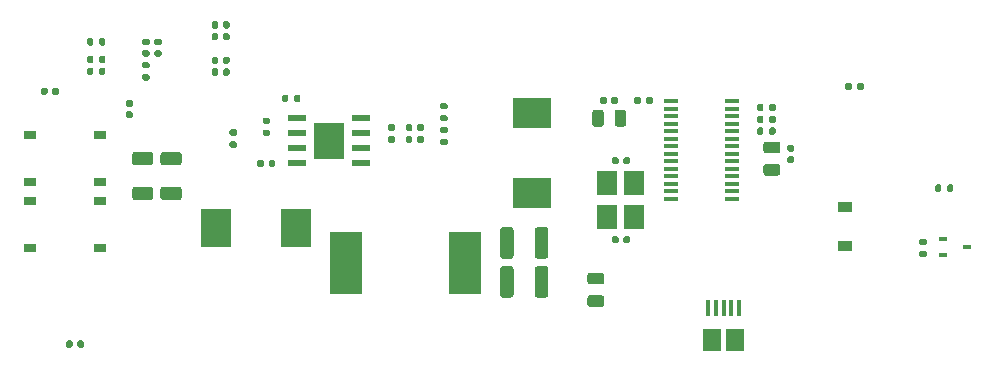
<source format=gbp>
G04 #@! TF.GenerationSoftware,KiCad,Pcbnew,(5.1.9)-1*
G04 #@! TF.CreationDate,2021-04-20T16:59:57+02:00*
G04 #@! TF.ProjectId,POE_hat_and_USB,504f455f-6861-4745-9f61-6e645f555342,1.0*
G04 #@! TF.SameCoordinates,Original*
G04 #@! TF.FileFunction,Paste,Bot*
G04 #@! TF.FilePolarity,Positive*
%FSLAX46Y46*%
G04 Gerber Fmt 4.6, Leading zero omitted, Abs format (unit mm)*
G04 Created by KiCad (PCBNEW (5.1.9)-1) date 2021-04-20 16:59:57*
%MOMM*%
%LPD*%
G01*
G04 APERTURE LIST*
%ADD10R,1.000000X0.700000*%
%ADD11R,2.500000X3.300000*%
%ADD12R,3.300000X2.500000*%
%ADD13R,1.200000X0.900000*%
%ADD14R,1.500000X1.900000*%
%ADD15R,0.400000X1.350000*%
%ADD16R,2.800000X5.300000*%
%ADD17R,0.700000X0.450000*%
%ADD18R,2.600000X3.100000*%
%ADD19R,1.550000X0.600000*%
%ADD20R,1.200000X0.400000*%
%ADD21R,1.800000X2.100000*%
G04 APERTURE END LIST*
G36*
G01*
X108881999Y-106668000D02*
X110182001Y-106668000D01*
G75*
G02*
X110432000Y-106917999I0J-249999D01*
G01*
X110432000Y-107568001D01*
G75*
G02*
X110182001Y-107818000I-249999J0D01*
G01*
X108881999Y-107818000D01*
G75*
G02*
X108632000Y-107568001I0J249999D01*
G01*
X108632000Y-106917999D01*
G75*
G02*
X108881999Y-106668000I249999J0D01*
G01*
G37*
G36*
G01*
X108881999Y-103718000D02*
X110182001Y-103718000D01*
G75*
G02*
X110432000Y-103967999I0J-249999D01*
G01*
X110432000Y-104618001D01*
G75*
G02*
X110182001Y-104868000I-249999J0D01*
G01*
X108881999Y-104868000D01*
G75*
G02*
X108632000Y-104618001I0J249999D01*
G01*
X108632000Y-103967999D01*
G75*
G02*
X108881999Y-103718000I249999J0D01*
G01*
G37*
G36*
G01*
X111281999Y-103718000D02*
X112582001Y-103718000D01*
G75*
G02*
X112832000Y-103967999I0J-249999D01*
G01*
X112832000Y-104618001D01*
G75*
G02*
X112582001Y-104868000I-249999J0D01*
G01*
X111281999Y-104868000D01*
G75*
G02*
X111032000Y-104618001I0J249999D01*
G01*
X111032000Y-103967999D01*
G75*
G02*
X111281999Y-103718000I249999J0D01*
G01*
G37*
G36*
G01*
X111281999Y-106668000D02*
X112582001Y-106668000D01*
G75*
G02*
X112832000Y-106917999I0J-249999D01*
G01*
X112832000Y-107568001D01*
G75*
G02*
X112582001Y-107818000I-249999J0D01*
G01*
X111281999Y-107818000D01*
G75*
G02*
X111032000Y-107568001I0J249999D01*
G01*
X111032000Y-106917999D01*
G75*
G02*
X111281999Y-106668000I249999J0D01*
G01*
G37*
G36*
G01*
X139782000Y-112532001D02*
X139782000Y-110331999D01*
G75*
G02*
X140031999Y-110082000I249999J0D01*
G01*
X140682001Y-110082000D01*
G75*
G02*
X140932000Y-110331999I0J-249999D01*
G01*
X140932000Y-112532001D01*
G75*
G02*
X140682001Y-112782000I-249999J0D01*
G01*
X140031999Y-112782000D01*
G75*
G02*
X139782000Y-112532001I0J249999D01*
G01*
G37*
G36*
G01*
X142732000Y-112532001D02*
X142732000Y-110331999D01*
G75*
G02*
X142981999Y-110082000I249999J0D01*
G01*
X143632001Y-110082000D01*
G75*
G02*
X143882000Y-110331999I0J-249999D01*
G01*
X143882000Y-112532001D01*
G75*
G02*
X143632001Y-112782000I-249999J0D01*
G01*
X142981999Y-112782000D01*
G75*
G02*
X142732000Y-112532001I0J249999D01*
G01*
G37*
G36*
G01*
X142732000Y-115832001D02*
X142732000Y-113631999D01*
G75*
G02*
X142981999Y-113382000I249999J0D01*
G01*
X143632001Y-113382000D01*
G75*
G02*
X143882000Y-113631999I0J-249999D01*
G01*
X143882000Y-115832001D01*
G75*
G02*
X143632001Y-116082000I-249999J0D01*
G01*
X142981999Y-116082000D01*
G75*
G02*
X142732000Y-115832001I0J249999D01*
G01*
G37*
G36*
G01*
X139782000Y-115832001D02*
X139782000Y-113631999D01*
G75*
G02*
X140031999Y-113382000I249999J0D01*
G01*
X140682001Y-113382000D01*
G75*
G02*
X140932000Y-113631999I0J-249999D01*
G01*
X140932000Y-115832001D01*
G75*
G02*
X140682001Y-116082000I-249999J0D01*
G01*
X140031999Y-116082000D01*
G75*
G02*
X139782000Y-115832001I0J249999D01*
G01*
G37*
G36*
G01*
X149482000Y-101343000D02*
X149482000Y-100393000D01*
G75*
G02*
X149732000Y-100143000I250000J0D01*
G01*
X150232000Y-100143000D01*
G75*
G02*
X150482000Y-100393000I0J-250000D01*
G01*
X150482000Y-101343000D01*
G75*
G02*
X150232000Y-101593000I-250000J0D01*
G01*
X149732000Y-101593000D01*
G75*
G02*
X149482000Y-101343000I0J250000D01*
G01*
G37*
G36*
G01*
X147582000Y-101343000D02*
X147582000Y-100393000D01*
G75*
G02*
X147832000Y-100143000I250000J0D01*
G01*
X148332000Y-100143000D01*
G75*
G02*
X148582000Y-100393000I0J-250000D01*
G01*
X148582000Y-101343000D01*
G75*
G02*
X148332000Y-101593000I-250000J0D01*
G01*
X147832000Y-101593000D01*
G75*
G02*
X147582000Y-101343000I0J250000D01*
G01*
G37*
G36*
G01*
X148375000Y-114950000D02*
X147425000Y-114950000D01*
G75*
G02*
X147175000Y-114700000I0J250000D01*
G01*
X147175000Y-114200000D01*
G75*
G02*
X147425000Y-113950000I250000J0D01*
G01*
X148375000Y-113950000D01*
G75*
G02*
X148625000Y-114200000I0J-250000D01*
G01*
X148625000Y-114700000D01*
G75*
G02*
X148375000Y-114950000I-250000J0D01*
G01*
G37*
G36*
G01*
X148375000Y-116850000D02*
X147425000Y-116850000D01*
G75*
G02*
X147175000Y-116600000I0J250000D01*
G01*
X147175000Y-116100000D01*
G75*
G02*
X147425000Y-115850000I250000J0D01*
G01*
X148375000Y-115850000D01*
G75*
G02*
X148625000Y-116100000I0J-250000D01*
G01*
X148625000Y-116600000D01*
G75*
G02*
X148375000Y-116850000I-250000J0D01*
G01*
G37*
G36*
G01*
X162325000Y-102850000D02*
X163275000Y-102850000D01*
G75*
G02*
X163525000Y-103100000I0J-250000D01*
G01*
X163525000Y-103600000D01*
G75*
G02*
X163275000Y-103850000I-250000J0D01*
G01*
X162325000Y-103850000D01*
G75*
G02*
X162075000Y-103600000I0J250000D01*
G01*
X162075000Y-103100000D01*
G75*
G02*
X162325000Y-102850000I250000J0D01*
G01*
G37*
G36*
G01*
X162325000Y-104750000D02*
X163275000Y-104750000D01*
G75*
G02*
X163525000Y-105000000I0J-250000D01*
G01*
X163525000Y-105500000D01*
G75*
G02*
X163275000Y-105750000I-250000J0D01*
G01*
X162325000Y-105750000D01*
G75*
G02*
X162075000Y-105500000I0J250000D01*
G01*
X162075000Y-105000000D01*
G75*
G02*
X162325000Y-104750000I250000J0D01*
G01*
G37*
D10*
X105907000Y-107868000D03*
X105907000Y-111868000D03*
X99957000Y-111868000D03*
X99957000Y-107868000D03*
X99957000Y-102268000D03*
X99957000Y-106268000D03*
X105907000Y-106268000D03*
X105907000Y-102268000D03*
D11*
X122500000Y-110200000D03*
X115700000Y-110200000D03*
D12*
X142500000Y-107200000D03*
X142500000Y-100400000D03*
D13*
X169000000Y-108350000D03*
X169000000Y-111650000D03*
D14*
X159720000Y-119616296D03*
D15*
X158720000Y-116916296D03*
X158070000Y-116916296D03*
X157420000Y-116916296D03*
X160020000Y-116916296D03*
X159370000Y-116916296D03*
D14*
X157720000Y-119616296D03*
D16*
X126750000Y-113100000D03*
X136850000Y-113100000D03*
D17*
X177332000Y-112418000D03*
X177332000Y-111118000D03*
X179332000Y-111768000D03*
D18*
X125332000Y-102768000D03*
D19*
X122632000Y-104673000D03*
X122632000Y-103403000D03*
X122632000Y-102133000D03*
X122632000Y-100863000D03*
X128032000Y-100863000D03*
X128032000Y-102133000D03*
X128032000Y-103403000D03*
X128032000Y-104673000D03*
D20*
X154232000Y-107695500D03*
X154232000Y-107060500D03*
X154232000Y-106425500D03*
X154232000Y-105790500D03*
X154232000Y-105155500D03*
X154232000Y-104520500D03*
X154232000Y-103885500D03*
X154232000Y-103250500D03*
X154232000Y-102615500D03*
X154232000Y-101980500D03*
X154232000Y-101345500D03*
X154232000Y-100710500D03*
X154232000Y-100075500D03*
X154232000Y-99440500D03*
X159432000Y-99440500D03*
X159432000Y-100075500D03*
X159432000Y-100710500D03*
X159432000Y-101345500D03*
X159432000Y-101980500D03*
X159432000Y-102615500D03*
X159432000Y-103250500D03*
X159432000Y-103885500D03*
X159432000Y-104520500D03*
X159432000Y-105155500D03*
X159432000Y-105790500D03*
X159432000Y-106425500D03*
X159432000Y-107060500D03*
X159432000Y-107695500D03*
D21*
X148832000Y-109268000D03*
X148832000Y-106368000D03*
X151132000Y-106368000D03*
X151132000Y-109268000D03*
G36*
G01*
X119800000Y-104530000D02*
X119800000Y-104870000D01*
G75*
G02*
X119660000Y-105010000I-140000J0D01*
G01*
X119380000Y-105010000D01*
G75*
G02*
X119240000Y-104870000I0J140000D01*
G01*
X119240000Y-104530000D01*
G75*
G02*
X119380000Y-104390000I140000J0D01*
G01*
X119660000Y-104390000D01*
G75*
G02*
X119800000Y-104530000I0J-140000D01*
G01*
G37*
G36*
G01*
X120760000Y-104530000D02*
X120760000Y-104870000D01*
G75*
G02*
X120620000Y-105010000I-140000J0D01*
G01*
X120340000Y-105010000D01*
G75*
G02*
X120200000Y-104870000I0J140000D01*
G01*
X120200000Y-104530000D01*
G75*
G02*
X120340000Y-104390000I140000J0D01*
G01*
X120620000Y-104390000D01*
G75*
G02*
X120760000Y-104530000I0J-140000D01*
G01*
G37*
G36*
G01*
X132768000Y-102838000D02*
X132768000Y-102498000D01*
G75*
G02*
X132908000Y-102358000I140000J0D01*
G01*
X133188000Y-102358000D01*
G75*
G02*
X133328000Y-102498000I0J-140000D01*
G01*
X133328000Y-102838000D01*
G75*
G02*
X133188000Y-102978000I-140000J0D01*
G01*
X132908000Y-102978000D01*
G75*
G02*
X132768000Y-102838000I0J140000D01*
G01*
G37*
G36*
G01*
X131808000Y-102838000D02*
X131808000Y-102498000D01*
G75*
G02*
X131948000Y-102358000I140000J0D01*
G01*
X132228000Y-102358000D01*
G75*
G02*
X132368000Y-102498000I0J-140000D01*
G01*
X132368000Y-102838000D01*
G75*
G02*
X132228000Y-102978000I-140000J0D01*
G01*
X131948000Y-102978000D01*
G75*
G02*
X131808000Y-102838000I0J140000D01*
G01*
G37*
G36*
G01*
X132768000Y-101838000D02*
X132768000Y-101498000D01*
G75*
G02*
X132908000Y-101358000I140000J0D01*
G01*
X133188000Y-101358000D01*
G75*
G02*
X133328000Y-101498000I0J-140000D01*
G01*
X133328000Y-101838000D01*
G75*
G02*
X133188000Y-101978000I-140000J0D01*
G01*
X132908000Y-101978000D01*
G75*
G02*
X132768000Y-101838000I0J140000D01*
G01*
G37*
G36*
G01*
X131808000Y-101838000D02*
X131808000Y-101498000D01*
G75*
G02*
X131948000Y-101358000I140000J0D01*
G01*
X132228000Y-101358000D01*
G75*
G02*
X132368000Y-101498000I0J-140000D01*
G01*
X132368000Y-101838000D01*
G75*
G02*
X132228000Y-101978000I-140000J0D01*
G01*
X131948000Y-101978000D01*
G75*
G02*
X131808000Y-101838000I0J140000D01*
G01*
G37*
G36*
G01*
X103040000Y-120170000D02*
X103040000Y-119830000D01*
G75*
G02*
X103180000Y-119690000I140000J0D01*
G01*
X103460000Y-119690000D01*
G75*
G02*
X103600000Y-119830000I0J-140000D01*
G01*
X103600000Y-120170000D01*
G75*
G02*
X103460000Y-120310000I-140000J0D01*
G01*
X103180000Y-120310000D01*
G75*
G02*
X103040000Y-120170000I0J140000D01*
G01*
G37*
G36*
G01*
X104000000Y-120170000D02*
X104000000Y-119830000D01*
G75*
G02*
X104140000Y-119690000I140000J0D01*
G01*
X104420000Y-119690000D01*
G75*
G02*
X104560000Y-119830000I0J-140000D01*
G01*
X104560000Y-120170000D01*
G75*
G02*
X104420000Y-120310000I-140000J0D01*
G01*
X104140000Y-120310000D01*
G75*
G02*
X104000000Y-120170000I0J140000D01*
G01*
G37*
G36*
G01*
X100920000Y-98770000D02*
X100920000Y-98430000D01*
G75*
G02*
X101060000Y-98290000I140000J0D01*
G01*
X101340000Y-98290000D01*
G75*
G02*
X101480000Y-98430000I0J-140000D01*
G01*
X101480000Y-98770000D01*
G75*
G02*
X101340000Y-98910000I-140000J0D01*
G01*
X101060000Y-98910000D01*
G75*
G02*
X100920000Y-98770000I0J140000D01*
G01*
G37*
G36*
G01*
X101880000Y-98770000D02*
X101880000Y-98430000D01*
G75*
G02*
X102020000Y-98290000I140000J0D01*
G01*
X102300000Y-98290000D01*
G75*
G02*
X102440000Y-98430000I0J-140000D01*
G01*
X102440000Y-98770000D01*
G75*
G02*
X102300000Y-98910000I-140000J0D01*
G01*
X102020000Y-98910000D01*
G75*
G02*
X101880000Y-98770000I0J140000D01*
G01*
G37*
G36*
G01*
X108230000Y-100300000D02*
X108570000Y-100300000D01*
G75*
G02*
X108710000Y-100440000I0J-140000D01*
G01*
X108710000Y-100720000D01*
G75*
G02*
X108570000Y-100860000I-140000J0D01*
G01*
X108230000Y-100860000D01*
G75*
G02*
X108090000Y-100720000I0J140000D01*
G01*
X108090000Y-100440000D01*
G75*
G02*
X108230000Y-100300000I140000J0D01*
G01*
G37*
G36*
G01*
X108230000Y-99340000D02*
X108570000Y-99340000D01*
G75*
G02*
X108710000Y-99480000I0J-140000D01*
G01*
X108710000Y-99760000D01*
G75*
G02*
X108570000Y-99900000I-140000J0D01*
G01*
X108230000Y-99900000D01*
G75*
G02*
X108090000Y-99760000I0J140000D01*
G01*
X108090000Y-99480000D01*
G75*
G02*
X108230000Y-99340000I140000J0D01*
G01*
G37*
G36*
G01*
X109630000Y-94140000D02*
X109970000Y-94140000D01*
G75*
G02*
X110110000Y-94280000I0J-140000D01*
G01*
X110110000Y-94560000D01*
G75*
G02*
X109970000Y-94700000I-140000J0D01*
G01*
X109630000Y-94700000D01*
G75*
G02*
X109490000Y-94560000I0J140000D01*
G01*
X109490000Y-94280000D01*
G75*
G02*
X109630000Y-94140000I140000J0D01*
G01*
G37*
G36*
G01*
X109630000Y-95100000D02*
X109970000Y-95100000D01*
G75*
G02*
X110110000Y-95240000I0J-140000D01*
G01*
X110110000Y-95520000D01*
G75*
G02*
X109970000Y-95660000I-140000J0D01*
G01*
X109630000Y-95660000D01*
G75*
G02*
X109490000Y-95520000I0J140000D01*
G01*
X109490000Y-95240000D01*
G75*
G02*
X109630000Y-95100000I140000J0D01*
G01*
G37*
G36*
G01*
X116332000Y-94138000D02*
X116332000Y-93798000D01*
G75*
G02*
X116472000Y-93658000I140000J0D01*
G01*
X116752000Y-93658000D01*
G75*
G02*
X116892000Y-93798000I0J-140000D01*
G01*
X116892000Y-94138000D01*
G75*
G02*
X116752000Y-94278000I-140000J0D01*
G01*
X116472000Y-94278000D01*
G75*
G02*
X116332000Y-94138000I0J140000D01*
G01*
G37*
G36*
G01*
X115372000Y-94138000D02*
X115372000Y-93798000D01*
G75*
G02*
X115512000Y-93658000I140000J0D01*
G01*
X115792000Y-93658000D01*
G75*
G02*
X115932000Y-93798000I0J-140000D01*
G01*
X115932000Y-94138000D01*
G75*
G02*
X115792000Y-94278000I-140000J0D01*
G01*
X115512000Y-94278000D01*
G75*
G02*
X115372000Y-94138000I0J140000D01*
G01*
G37*
G36*
G01*
X149212000Y-99538000D02*
X149212000Y-99198000D01*
G75*
G02*
X149352000Y-99058000I140000J0D01*
G01*
X149632000Y-99058000D01*
G75*
G02*
X149772000Y-99198000I0J-140000D01*
G01*
X149772000Y-99538000D01*
G75*
G02*
X149632000Y-99678000I-140000J0D01*
G01*
X149352000Y-99678000D01*
G75*
G02*
X149212000Y-99538000I0J140000D01*
G01*
G37*
G36*
G01*
X148252000Y-99538000D02*
X148252000Y-99198000D01*
G75*
G02*
X148392000Y-99058000I140000J0D01*
G01*
X148672000Y-99058000D01*
G75*
G02*
X148812000Y-99198000I0J-140000D01*
G01*
X148812000Y-99538000D01*
G75*
G02*
X148672000Y-99678000I-140000J0D01*
G01*
X148392000Y-99678000D01*
G75*
G02*
X148252000Y-99538000I0J140000D01*
G01*
G37*
G36*
G01*
X115372000Y-93138000D02*
X115372000Y-92798000D01*
G75*
G02*
X115512000Y-92658000I140000J0D01*
G01*
X115792000Y-92658000D01*
G75*
G02*
X115932000Y-92798000I0J-140000D01*
G01*
X115932000Y-93138000D01*
G75*
G02*
X115792000Y-93278000I-140000J0D01*
G01*
X115512000Y-93278000D01*
G75*
G02*
X115372000Y-93138000I0J140000D01*
G01*
G37*
G36*
G01*
X116332000Y-93138000D02*
X116332000Y-92798000D01*
G75*
G02*
X116472000Y-92658000I140000J0D01*
G01*
X116752000Y-92658000D01*
G75*
G02*
X116892000Y-92798000I0J-140000D01*
G01*
X116892000Y-93138000D01*
G75*
G02*
X116752000Y-93278000I-140000J0D01*
G01*
X116472000Y-93278000D01*
G75*
G02*
X116332000Y-93138000I0J140000D01*
G01*
G37*
G36*
G01*
X116332000Y-96142000D02*
X116332000Y-95802000D01*
G75*
G02*
X116472000Y-95662000I140000J0D01*
G01*
X116752000Y-95662000D01*
G75*
G02*
X116892000Y-95802000I0J-140000D01*
G01*
X116892000Y-96142000D01*
G75*
G02*
X116752000Y-96282000I-140000J0D01*
G01*
X116472000Y-96282000D01*
G75*
G02*
X116332000Y-96142000I0J140000D01*
G01*
G37*
G36*
G01*
X115372000Y-96142000D02*
X115372000Y-95802000D01*
G75*
G02*
X115512000Y-95662000I140000J0D01*
G01*
X115792000Y-95662000D01*
G75*
G02*
X115932000Y-95802000I0J-140000D01*
G01*
X115932000Y-96142000D01*
G75*
G02*
X115792000Y-96282000I-140000J0D01*
G01*
X115512000Y-96282000D01*
G75*
G02*
X115372000Y-96142000I0J140000D01*
G01*
G37*
G36*
G01*
X110662000Y-95100000D02*
X111002000Y-95100000D01*
G75*
G02*
X111142000Y-95240000I0J-140000D01*
G01*
X111142000Y-95520000D01*
G75*
G02*
X111002000Y-95660000I-140000J0D01*
G01*
X110662000Y-95660000D01*
G75*
G02*
X110522000Y-95520000I0J140000D01*
G01*
X110522000Y-95240000D01*
G75*
G02*
X110662000Y-95100000I140000J0D01*
G01*
G37*
G36*
G01*
X110662000Y-94140000D02*
X111002000Y-94140000D01*
G75*
G02*
X111142000Y-94280000I0J-140000D01*
G01*
X111142000Y-94560000D01*
G75*
G02*
X111002000Y-94700000I-140000J0D01*
G01*
X110662000Y-94700000D01*
G75*
G02*
X110522000Y-94560000I0J140000D01*
G01*
X110522000Y-94280000D01*
G75*
G02*
X110662000Y-94140000I140000J0D01*
G01*
G37*
G36*
G01*
X115372000Y-97142000D02*
X115372000Y-96802000D01*
G75*
G02*
X115512000Y-96662000I140000J0D01*
G01*
X115792000Y-96662000D01*
G75*
G02*
X115932000Y-96802000I0J-140000D01*
G01*
X115932000Y-97142000D01*
G75*
G02*
X115792000Y-97282000I-140000J0D01*
G01*
X115512000Y-97282000D01*
G75*
G02*
X115372000Y-97142000I0J140000D01*
G01*
G37*
G36*
G01*
X116332000Y-97142000D02*
X116332000Y-96802000D01*
G75*
G02*
X116472000Y-96662000I140000J0D01*
G01*
X116752000Y-96662000D01*
G75*
G02*
X116892000Y-96802000I0J-140000D01*
G01*
X116892000Y-97142000D01*
G75*
G02*
X116752000Y-97282000I-140000J0D01*
G01*
X116472000Y-97282000D01*
G75*
G02*
X116332000Y-97142000I0J140000D01*
G01*
G37*
G36*
G01*
X149832000Y-104298000D02*
X149832000Y-104638000D01*
G75*
G02*
X149692000Y-104778000I-140000J0D01*
G01*
X149412000Y-104778000D01*
G75*
G02*
X149272000Y-104638000I0J140000D01*
G01*
X149272000Y-104298000D01*
G75*
G02*
X149412000Y-104158000I140000J0D01*
G01*
X149692000Y-104158000D01*
G75*
G02*
X149832000Y-104298000I0J-140000D01*
G01*
G37*
G36*
G01*
X150792000Y-104298000D02*
X150792000Y-104638000D01*
G75*
G02*
X150652000Y-104778000I-140000J0D01*
G01*
X150372000Y-104778000D01*
G75*
G02*
X150232000Y-104638000I0J140000D01*
G01*
X150232000Y-104298000D01*
G75*
G02*
X150372000Y-104158000I140000J0D01*
G01*
X150652000Y-104158000D01*
G75*
G02*
X150792000Y-104298000I0J-140000D01*
G01*
G37*
G36*
G01*
X149272000Y-111338000D02*
X149272000Y-110998000D01*
G75*
G02*
X149412000Y-110858000I140000J0D01*
G01*
X149692000Y-110858000D01*
G75*
G02*
X149832000Y-110998000I0J-140000D01*
G01*
X149832000Y-111338000D01*
G75*
G02*
X149692000Y-111478000I-140000J0D01*
G01*
X149412000Y-111478000D01*
G75*
G02*
X149272000Y-111338000I0J140000D01*
G01*
G37*
G36*
G01*
X150232000Y-111338000D02*
X150232000Y-110998000D01*
G75*
G02*
X150372000Y-110858000I140000J0D01*
G01*
X150652000Y-110858000D01*
G75*
G02*
X150792000Y-110998000I0J-140000D01*
G01*
X150792000Y-111338000D01*
G75*
G02*
X150652000Y-111478000I-140000J0D01*
G01*
X150372000Y-111478000D01*
G75*
G02*
X150232000Y-111338000I0J140000D01*
G01*
G37*
G36*
G01*
X164230000Y-103140000D02*
X164570000Y-103140000D01*
G75*
G02*
X164710000Y-103280000I0J-140000D01*
G01*
X164710000Y-103560000D01*
G75*
G02*
X164570000Y-103700000I-140000J0D01*
G01*
X164230000Y-103700000D01*
G75*
G02*
X164090000Y-103560000I0J140000D01*
G01*
X164090000Y-103280000D01*
G75*
G02*
X164230000Y-103140000I140000J0D01*
G01*
G37*
G36*
G01*
X164230000Y-104100000D02*
X164570000Y-104100000D01*
G75*
G02*
X164710000Y-104240000I0J-140000D01*
G01*
X164710000Y-104520000D01*
G75*
G02*
X164570000Y-104660000I-140000J0D01*
G01*
X164230000Y-104660000D01*
G75*
G02*
X164090000Y-104520000I0J140000D01*
G01*
X164090000Y-104240000D01*
G75*
G02*
X164230000Y-104100000I140000J0D01*
G01*
G37*
G36*
G01*
X117385000Y-102360000D02*
X117015000Y-102360000D01*
G75*
G02*
X116880000Y-102225000I0J135000D01*
G01*
X116880000Y-101955000D01*
G75*
G02*
X117015000Y-101820000I135000J0D01*
G01*
X117385000Y-101820000D01*
G75*
G02*
X117520000Y-101955000I0J-135000D01*
G01*
X117520000Y-102225000D01*
G75*
G02*
X117385000Y-102360000I-135000J0D01*
G01*
G37*
G36*
G01*
X117385000Y-103380000D02*
X117015000Y-103380000D01*
G75*
G02*
X116880000Y-103245000I0J135000D01*
G01*
X116880000Y-102975000D01*
G75*
G02*
X117015000Y-102840000I135000J0D01*
G01*
X117385000Y-102840000D01*
G75*
G02*
X117520000Y-102975000I0J-135000D01*
G01*
X117520000Y-103245000D01*
G75*
G02*
X117385000Y-103380000I-135000J0D01*
G01*
G37*
G36*
G01*
X120185000Y-101360000D02*
X119815000Y-101360000D01*
G75*
G02*
X119680000Y-101225000I0J135000D01*
G01*
X119680000Y-100955000D01*
G75*
G02*
X119815000Y-100820000I135000J0D01*
G01*
X120185000Y-100820000D01*
G75*
G02*
X120320000Y-100955000I0J-135000D01*
G01*
X120320000Y-101225000D01*
G75*
G02*
X120185000Y-101360000I-135000J0D01*
G01*
G37*
G36*
G01*
X120185000Y-102380000D02*
X119815000Y-102380000D01*
G75*
G02*
X119680000Y-102245000I0J135000D01*
G01*
X119680000Y-101975000D01*
G75*
G02*
X119815000Y-101840000I135000J0D01*
G01*
X120185000Y-101840000D01*
G75*
G02*
X120320000Y-101975000I0J-135000D01*
G01*
X120320000Y-102245000D01*
G75*
G02*
X120185000Y-102380000I-135000J0D01*
G01*
G37*
G36*
G01*
X121860000Y-99015000D02*
X121860000Y-99385000D01*
G75*
G02*
X121725000Y-99520000I-135000J0D01*
G01*
X121455000Y-99520000D01*
G75*
G02*
X121320000Y-99385000I0J135000D01*
G01*
X121320000Y-99015000D01*
G75*
G02*
X121455000Y-98880000I135000J0D01*
G01*
X121725000Y-98880000D01*
G75*
G02*
X121860000Y-99015000I0J-135000D01*
G01*
G37*
G36*
G01*
X122880000Y-99015000D02*
X122880000Y-99385000D01*
G75*
G02*
X122745000Y-99520000I-135000J0D01*
G01*
X122475000Y-99520000D01*
G75*
G02*
X122340000Y-99385000I0J135000D01*
G01*
X122340000Y-99015000D01*
G75*
G02*
X122475000Y-98880000I135000J0D01*
G01*
X122745000Y-98880000D01*
G75*
G02*
X122880000Y-99015000I0J-135000D01*
G01*
G37*
G36*
G01*
X130415000Y-101388000D02*
X130785000Y-101388000D01*
G75*
G02*
X130920000Y-101523000I0J-135000D01*
G01*
X130920000Y-101793000D01*
G75*
G02*
X130785000Y-101928000I-135000J0D01*
G01*
X130415000Y-101928000D01*
G75*
G02*
X130280000Y-101793000I0J135000D01*
G01*
X130280000Y-101523000D01*
G75*
G02*
X130415000Y-101388000I135000J0D01*
G01*
G37*
G36*
G01*
X130415000Y-102408000D02*
X130785000Y-102408000D01*
G75*
G02*
X130920000Y-102543000I0J-135000D01*
G01*
X130920000Y-102813000D01*
G75*
G02*
X130785000Y-102948000I-135000J0D01*
G01*
X130415000Y-102948000D01*
G75*
G02*
X130280000Y-102813000I0J135000D01*
G01*
X130280000Y-102543000D01*
G75*
G02*
X130415000Y-102408000I135000J0D01*
G01*
G37*
G36*
G01*
X135217000Y-102128000D02*
X134847000Y-102128000D01*
G75*
G02*
X134712000Y-101993000I0J135000D01*
G01*
X134712000Y-101723000D01*
G75*
G02*
X134847000Y-101588000I135000J0D01*
G01*
X135217000Y-101588000D01*
G75*
G02*
X135352000Y-101723000I0J-135000D01*
G01*
X135352000Y-101993000D01*
G75*
G02*
X135217000Y-102128000I-135000J0D01*
G01*
G37*
G36*
G01*
X135217000Y-103148000D02*
X134847000Y-103148000D01*
G75*
G02*
X134712000Y-103013000I0J135000D01*
G01*
X134712000Y-102743000D01*
G75*
G02*
X134847000Y-102608000I135000J0D01*
G01*
X135217000Y-102608000D01*
G75*
G02*
X135352000Y-102743000I0J-135000D01*
G01*
X135352000Y-103013000D01*
G75*
G02*
X135217000Y-103148000I-135000J0D01*
G01*
G37*
G36*
G01*
X135217000Y-101148000D02*
X134847000Y-101148000D01*
G75*
G02*
X134712000Y-101013000I0J135000D01*
G01*
X134712000Y-100743000D01*
G75*
G02*
X134847000Y-100608000I135000J0D01*
G01*
X135217000Y-100608000D01*
G75*
G02*
X135352000Y-100743000I0J-135000D01*
G01*
X135352000Y-101013000D01*
G75*
G02*
X135217000Y-101148000I-135000J0D01*
G01*
G37*
G36*
G01*
X135217000Y-100128000D02*
X134847000Y-100128000D01*
G75*
G02*
X134712000Y-99993000I0J135000D01*
G01*
X134712000Y-99723000D01*
G75*
G02*
X134847000Y-99588000I135000J0D01*
G01*
X135217000Y-99588000D01*
G75*
G02*
X135352000Y-99723000I0J-135000D01*
G01*
X135352000Y-99993000D01*
G75*
G02*
X135217000Y-100128000I-135000J0D01*
G01*
G37*
G36*
G01*
X170040000Y-98385000D02*
X170040000Y-98015000D01*
G75*
G02*
X170175000Y-97880000I135000J0D01*
G01*
X170445000Y-97880000D01*
G75*
G02*
X170580000Y-98015000I0J-135000D01*
G01*
X170580000Y-98385000D01*
G75*
G02*
X170445000Y-98520000I-135000J0D01*
G01*
X170175000Y-98520000D01*
G75*
G02*
X170040000Y-98385000I0J135000D01*
G01*
G37*
G36*
G01*
X169020000Y-98385000D02*
X169020000Y-98015000D01*
G75*
G02*
X169155000Y-97880000I135000J0D01*
G01*
X169425000Y-97880000D01*
G75*
G02*
X169560000Y-98015000I0J-135000D01*
G01*
X169560000Y-98385000D01*
G75*
G02*
X169425000Y-98520000I-135000J0D01*
G01*
X169155000Y-98520000D01*
G75*
G02*
X169020000Y-98385000I0J135000D01*
G01*
G37*
G36*
G01*
X175415000Y-111088000D02*
X175785000Y-111088000D01*
G75*
G02*
X175920000Y-111223000I0J-135000D01*
G01*
X175920000Y-111493000D01*
G75*
G02*
X175785000Y-111628000I-135000J0D01*
G01*
X175415000Y-111628000D01*
G75*
G02*
X175280000Y-111493000I0J135000D01*
G01*
X175280000Y-111223000D01*
G75*
G02*
X175415000Y-111088000I135000J0D01*
G01*
G37*
G36*
G01*
X175415000Y-112108000D02*
X175785000Y-112108000D01*
G75*
G02*
X175920000Y-112243000I0J-135000D01*
G01*
X175920000Y-112513000D01*
G75*
G02*
X175785000Y-112648000I-135000J0D01*
G01*
X175415000Y-112648000D01*
G75*
G02*
X175280000Y-112513000I0J135000D01*
G01*
X175280000Y-112243000D01*
G75*
G02*
X175415000Y-112108000I135000J0D01*
G01*
G37*
G36*
G01*
X176610000Y-106985000D02*
X176610000Y-106615000D01*
G75*
G02*
X176745000Y-106480000I135000J0D01*
G01*
X177015000Y-106480000D01*
G75*
G02*
X177150000Y-106615000I0J-135000D01*
G01*
X177150000Y-106985000D01*
G75*
G02*
X177015000Y-107120000I-135000J0D01*
G01*
X176745000Y-107120000D01*
G75*
G02*
X176610000Y-106985000I0J135000D01*
G01*
G37*
G36*
G01*
X177630000Y-106985000D02*
X177630000Y-106615000D01*
G75*
G02*
X177765000Y-106480000I135000J0D01*
G01*
X178035000Y-106480000D01*
G75*
G02*
X178170000Y-106615000I0J-135000D01*
G01*
X178170000Y-106985000D01*
G75*
G02*
X178035000Y-107120000I-135000J0D01*
G01*
X177765000Y-107120000D01*
G75*
G02*
X177630000Y-106985000I0J135000D01*
G01*
G37*
G36*
G01*
X109615000Y-96120000D02*
X109985000Y-96120000D01*
G75*
G02*
X110120000Y-96255000I0J-135000D01*
G01*
X110120000Y-96525000D01*
G75*
G02*
X109985000Y-96660000I-135000J0D01*
G01*
X109615000Y-96660000D01*
G75*
G02*
X109480000Y-96525000I0J135000D01*
G01*
X109480000Y-96255000D01*
G75*
G02*
X109615000Y-96120000I135000J0D01*
G01*
G37*
G36*
G01*
X109615000Y-97140000D02*
X109985000Y-97140000D01*
G75*
G02*
X110120000Y-97275000I0J-135000D01*
G01*
X110120000Y-97545000D01*
G75*
G02*
X109985000Y-97680000I-135000J0D01*
G01*
X109615000Y-97680000D01*
G75*
G02*
X109480000Y-97545000I0J135000D01*
G01*
X109480000Y-97275000D01*
G75*
G02*
X109615000Y-97140000I135000J0D01*
G01*
G37*
G36*
G01*
X104820000Y-97085000D02*
X104820000Y-96715000D01*
G75*
G02*
X104955000Y-96580000I135000J0D01*
G01*
X105225000Y-96580000D01*
G75*
G02*
X105360000Y-96715000I0J-135000D01*
G01*
X105360000Y-97085000D01*
G75*
G02*
X105225000Y-97220000I-135000J0D01*
G01*
X104955000Y-97220000D01*
G75*
G02*
X104820000Y-97085000I0J135000D01*
G01*
G37*
G36*
G01*
X105840000Y-97085000D02*
X105840000Y-96715000D01*
G75*
G02*
X105975000Y-96580000I135000J0D01*
G01*
X106245000Y-96580000D01*
G75*
G02*
X106380000Y-96715000I0J-135000D01*
G01*
X106380000Y-97085000D01*
G75*
G02*
X106245000Y-97220000I-135000J0D01*
G01*
X105975000Y-97220000D01*
G75*
G02*
X105840000Y-97085000I0J135000D01*
G01*
G37*
G36*
G01*
X104820000Y-96085000D02*
X104820000Y-95715000D01*
G75*
G02*
X104955000Y-95580000I135000J0D01*
G01*
X105225000Y-95580000D01*
G75*
G02*
X105360000Y-95715000I0J-135000D01*
G01*
X105360000Y-96085000D01*
G75*
G02*
X105225000Y-96220000I-135000J0D01*
G01*
X104955000Y-96220000D01*
G75*
G02*
X104820000Y-96085000I0J135000D01*
G01*
G37*
G36*
G01*
X105840000Y-96085000D02*
X105840000Y-95715000D01*
G75*
G02*
X105975000Y-95580000I135000J0D01*
G01*
X106245000Y-95580000D01*
G75*
G02*
X106380000Y-95715000I0J-135000D01*
G01*
X106380000Y-96085000D01*
G75*
G02*
X106245000Y-96220000I-135000J0D01*
G01*
X105975000Y-96220000D01*
G75*
G02*
X105840000Y-96085000I0J135000D01*
G01*
G37*
G36*
G01*
X105840000Y-94585000D02*
X105840000Y-94215000D01*
G75*
G02*
X105975000Y-94080000I135000J0D01*
G01*
X106245000Y-94080000D01*
G75*
G02*
X106380000Y-94215000I0J-135000D01*
G01*
X106380000Y-94585000D01*
G75*
G02*
X106245000Y-94720000I-135000J0D01*
G01*
X105975000Y-94720000D01*
G75*
G02*
X105840000Y-94585000I0J135000D01*
G01*
G37*
G36*
G01*
X104820000Y-94585000D02*
X104820000Y-94215000D01*
G75*
G02*
X104955000Y-94080000I135000J0D01*
G01*
X105225000Y-94080000D01*
G75*
G02*
X105360000Y-94215000I0J-135000D01*
G01*
X105360000Y-94585000D01*
G75*
G02*
X105225000Y-94720000I-135000J0D01*
G01*
X104955000Y-94720000D01*
G75*
G02*
X104820000Y-94585000I0J135000D01*
G01*
G37*
G36*
G01*
X162092000Y-100783000D02*
X162092000Y-101153000D01*
G75*
G02*
X161957000Y-101288000I-135000J0D01*
G01*
X161687000Y-101288000D01*
G75*
G02*
X161552000Y-101153000I0J135000D01*
G01*
X161552000Y-100783000D01*
G75*
G02*
X161687000Y-100648000I135000J0D01*
G01*
X161957000Y-100648000D01*
G75*
G02*
X162092000Y-100783000I0J-135000D01*
G01*
G37*
G36*
G01*
X163112000Y-100783000D02*
X163112000Y-101153000D01*
G75*
G02*
X162977000Y-101288000I-135000J0D01*
G01*
X162707000Y-101288000D01*
G75*
G02*
X162572000Y-101153000I0J135000D01*
G01*
X162572000Y-100783000D01*
G75*
G02*
X162707000Y-100648000I135000J0D01*
G01*
X162977000Y-100648000D01*
G75*
G02*
X163112000Y-100783000I0J-135000D01*
G01*
G37*
G36*
G01*
X163112000Y-99783000D02*
X163112000Y-100153000D01*
G75*
G02*
X162977000Y-100288000I-135000J0D01*
G01*
X162707000Y-100288000D01*
G75*
G02*
X162572000Y-100153000I0J135000D01*
G01*
X162572000Y-99783000D01*
G75*
G02*
X162707000Y-99648000I135000J0D01*
G01*
X162977000Y-99648000D01*
G75*
G02*
X163112000Y-99783000I0J-135000D01*
G01*
G37*
G36*
G01*
X162092000Y-99783000D02*
X162092000Y-100153000D01*
G75*
G02*
X161957000Y-100288000I-135000J0D01*
G01*
X161687000Y-100288000D01*
G75*
G02*
X161552000Y-100153000I0J135000D01*
G01*
X161552000Y-99783000D01*
G75*
G02*
X161687000Y-99648000I135000J0D01*
G01*
X161957000Y-99648000D01*
G75*
G02*
X162092000Y-99783000I0J-135000D01*
G01*
G37*
G36*
G01*
X162092000Y-101783000D02*
X162092000Y-102153000D01*
G75*
G02*
X161957000Y-102288000I-135000J0D01*
G01*
X161687000Y-102288000D01*
G75*
G02*
X161552000Y-102153000I0J135000D01*
G01*
X161552000Y-101783000D01*
G75*
G02*
X161687000Y-101648000I135000J0D01*
G01*
X161957000Y-101648000D01*
G75*
G02*
X162092000Y-101783000I0J-135000D01*
G01*
G37*
G36*
G01*
X163112000Y-101783000D02*
X163112000Y-102153000D01*
G75*
G02*
X162977000Y-102288000I-135000J0D01*
G01*
X162707000Y-102288000D01*
G75*
G02*
X162572000Y-102153000I0J135000D01*
G01*
X162572000Y-101783000D01*
G75*
G02*
X162707000Y-101648000I135000J0D01*
G01*
X162977000Y-101648000D01*
G75*
G02*
X163112000Y-101783000I0J-135000D01*
G01*
G37*
G36*
G01*
X152172000Y-99553000D02*
X152172000Y-99183000D01*
G75*
G02*
X152307000Y-99048000I135000J0D01*
G01*
X152577000Y-99048000D01*
G75*
G02*
X152712000Y-99183000I0J-135000D01*
G01*
X152712000Y-99553000D01*
G75*
G02*
X152577000Y-99688000I-135000J0D01*
G01*
X152307000Y-99688000D01*
G75*
G02*
X152172000Y-99553000I0J135000D01*
G01*
G37*
G36*
G01*
X151152000Y-99553000D02*
X151152000Y-99183000D01*
G75*
G02*
X151287000Y-99048000I135000J0D01*
G01*
X151557000Y-99048000D01*
G75*
G02*
X151692000Y-99183000I0J-135000D01*
G01*
X151692000Y-99553000D01*
G75*
G02*
X151557000Y-99688000I-135000J0D01*
G01*
X151287000Y-99688000D01*
G75*
G02*
X151152000Y-99553000I0J135000D01*
G01*
G37*
M02*

</source>
